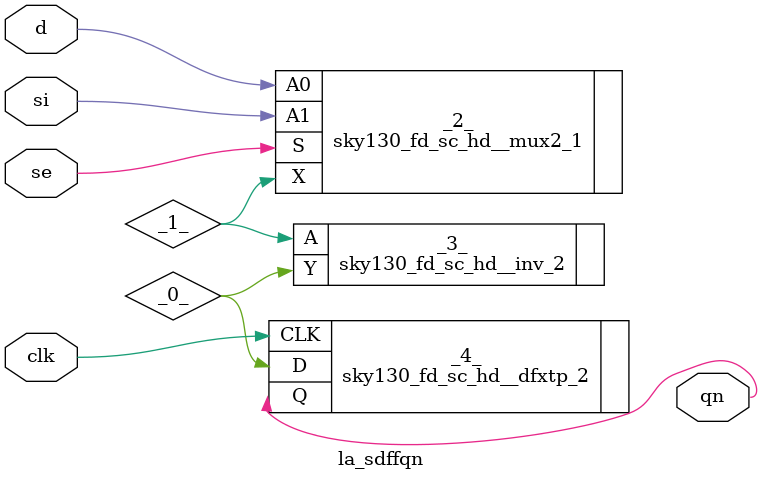
<source format=v>

module la_sdffqn(d, si, se, clk, qn);
  wire _0_;
  wire _1_;
  input clk;
  input d;
  output qn;
  input se;
  input si;
  sky130_fd_sc_hd__mux2_1 _2_ (
    .A0(d),
    .A1(si),
    .S(se),
    .X(_1_)
  );
  sky130_fd_sc_hd__inv_2 _3_ (
    .A(_1_),
    .Y(_0_)
  );
  sky130_fd_sc_hd__dfxtp_2 _4_ (
    .CLK(clk),
    .D(_0_),
    .Q(qn)
  );
endmodule

</source>
